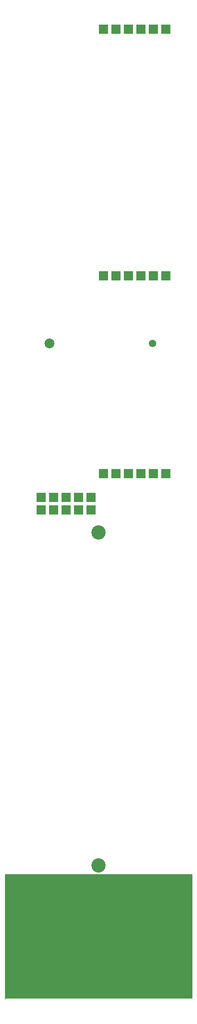
<source format=gbr>
G04 #@! TF.GenerationSoftware,KiCad,Pcbnew,(6.0.0-rc1-dev-205-gc0615c5ef)*
G04 #@! TF.CreationDate,2019-05-07T06:14:22+02:00*
G04 #@! TF.ProjectId,SPACEDOS02A_PCB01A,5350414345444F533032415F50434230,REV*
G04 #@! TF.SameCoordinates,Original*
G04 #@! TF.FileFunction,Soldermask,Top*
G04 #@! TF.FilePolarity,Negative*
%FSLAX46Y46*%
G04 Gerber Fmt 4.6, Leading zero omitted, Abs format (unit mm)*
G04 Created by KiCad (PCBNEW (6.0.0-rc1-dev-205-gc0615c5ef)) date 05/07/19 06:14:22*
%MOMM*%
%LPD*%
G01*
G04 APERTURE LIST*
%ADD10C,0.100000*%
%ADD11C,2.900000*%
%ADD12R,1.924000X1.924000*%
%ADD13C,1.924000*%
%ADD14C,2.000000*%
%ADD15C,1.500000*%
G04 APERTURE END LIST*
D10*
G36*
X0Y-254000D02*
X0Y25146000D01*
X38100000Y25146000D01*
X38100000Y0D01*
X0Y0D01*
X0Y-254000D01*
G37*
X0Y-254000D02*
X0Y25146000D01*
X38100000Y25146000D01*
X38100000Y0D01*
X0Y0D01*
X0Y-254000D01*
D11*
G04 #@! TO.C,BT1*
X19050000Y26956000D03*
X19050000Y94456000D03*
G04 #@! TD*
D12*
G04 #@! TO.C,J2*
X17526000Y99060000D03*
X17526000Y101600000D03*
G04 #@! TD*
G04 #@! TO.C,J7*
X9906000Y99060000D03*
G04 #@! TD*
G04 #@! TO.C,J4*
X12446000Y101600000D03*
G04 #@! TD*
G04 #@! TO.C,J6*
X9906000Y101600000D03*
G04 #@! TD*
G04 #@! TO.C,J5*
X12446000Y99060000D03*
G04 #@! TD*
G04 #@! TO.C,J19*
X7366000Y101600000D03*
X7366000Y99060000D03*
G04 #@! TD*
D13*
G04 #@! TO.C,D1*
X8596000Y9692000D03*
X8596000Y14692000D03*
G04 #@! TD*
D14*
G04 #@! TO.C,J1*
X9042000Y132873000D03*
D15*
X30042000Y132873000D03*
G04 #@! TD*
D12*
G04 #@! TO.C,J8*
X27686000Y106426000D03*
G04 #@! TD*
G04 #@! TO.C,J9*
X25146000Y106426000D03*
G04 #@! TD*
G04 #@! TO.C,J10*
X30226000Y106426000D03*
G04 #@! TD*
G04 #@! TO.C,J11*
X20066000Y106426000D03*
G04 #@! TD*
G04 #@! TO.C,J12*
X22606000Y106426000D03*
G04 #@! TD*
G04 #@! TO.C,J13*
X32766000Y106426000D03*
G04 #@! TD*
G04 #@! TO.C,J3*
X14986000Y99060000D03*
X14986000Y101600000D03*
G04 #@! TD*
G04 #@! TO.C,J14*
X27686000Y146558000D03*
G04 #@! TD*
G04 #@! TO.C,J15*
X25146000Y146558000D03*
G04 #@! TD*
G04 #@! TO.C,J16*
X30226000Y146558000D03*
G04 #@! TD*
G04 #@! TO.C,J17*
X20066000Y146558000D03*
G04 #@! TD*
G04 #@! TO.C,J18*
X22606000Y146558000D03*
G04 #@! TD*
G04 #@! TO.C,J20*
X32766000Y146558000D03*
G04 #@! TD*
G04 #@! TO.C,J21*
X27686000Y196596000D03*
G04 #@! TD*
G04 #@! TO.C,J23*
X25146000Y196596000D03*
G04 #@! TD*
G04 #@! TO.C,J24*
X30226000Y196596000D03*
G04 #@! TD*
G04 #@! TO.C,J25*
X20066000Y196596000D03*
G04 #@! TD*
G04 #@! TO.C,J26*
X22606000Y196596000D03*
G04 #@! TD*
G04 #@! TO.C,J27*
X32766000Y196596000D03*
G04 #@! TD*
M02*

</source>
